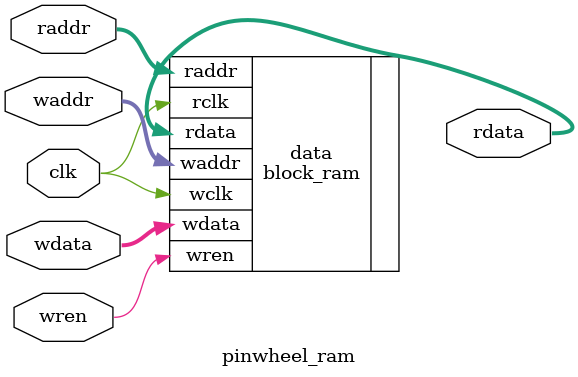
<source format=sv>
`ifndef PINWHEEL_RAM_SV
`define PINWHEEL_RAM_SV
`include "block_ram.sv"

module pinwheel_ram
(
  input  logic       clk,
  input  logic[9:0]  raddr,
  output logic[31:0] rdata,
  input  logic[9:0]  waddr,
  input  logic[31:0] wdata,
  input  logic       wren,
);

  block_ram #(.width(32), .depth(1024)) data(
    .rclk(clk), .raddr(raddr), .rdata(rdata),
    .wclk(clk), .waddr(waddr), .wdata(wdata), .wren(wren),
  );

endmodule

`endif // PINWHEEL_RAM_SV

</source>
